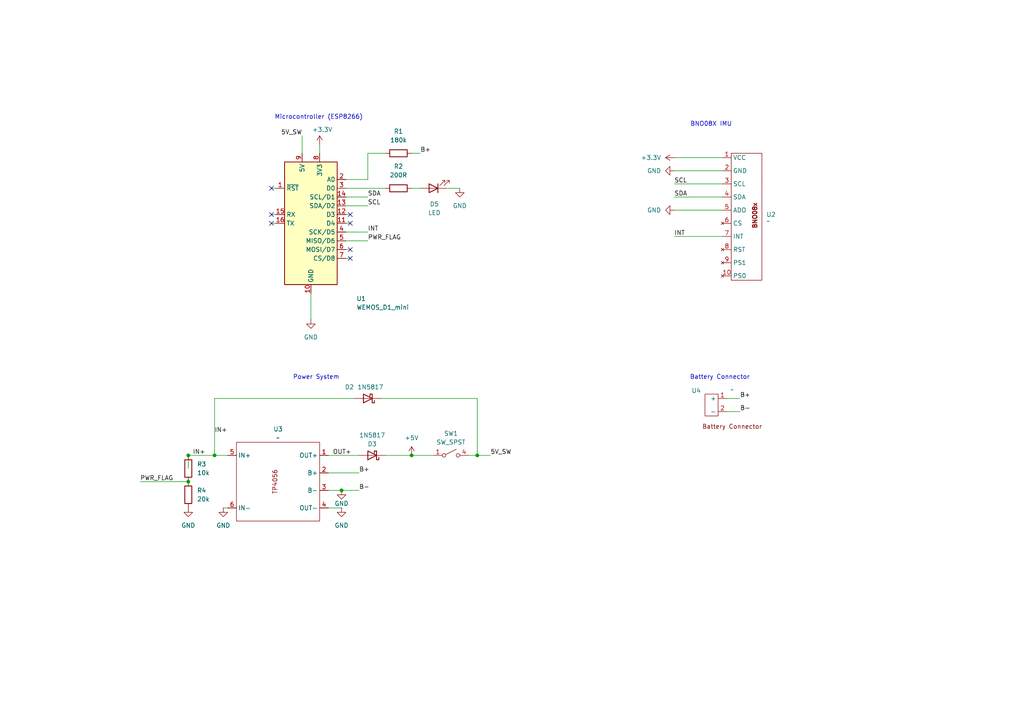
<source format=kicad_sch>
(kicad_sch (version 20250114) (generator "eeschema") (generator_version "9.0")
  (paper "A4")
  (title_block (title "AI-MU Tracker") (company "Noah Yacowar"))
  (lib_symbols
    (symbol "Battery_Connector_1"
      (property "Reference" "U" (at 3.81 0 0))
      (symbol "Battery_Connector_1_0_1"
        (rectangle (start 6.35 8.89) (end 10.16 2.54))
      )
      (symbol "Battery_Connector_1_1_1"
        (text "Battery Connector\n" (at 2.286 11.938 0) (effects (font (size 1.27 1.27))))
        (pin power_in line (at 3.81 7.62 0) (length 2.54) (name "-") (number "2"))
        (pin power_in line (at 3.81 3.81 0) (length 2.54) (name "+") (number "1"))
      )
    )
    (symbol "Custom_Symbol_Library:BNO08x_Board"
      (property "Reference" "U" (at 0 0 0))
      (symbol "BNO08x_Board_0_1"
        (rectangle (start 10.16 -10.16) (end 10.16 -10.16))
      )
      (symbol "BNO08x_Board_1_1"
        (rectangle (start 1.27 -2.54) (end 10.16 -39.37))
        (text "BNO08x" (at 8.128 -20.574 900) (effects (font (size 1.27 1.27) (thickness 0.254) (bold yes))))
        (pin power_in line (at -1.27 -3.81 0) (length 2.54) (name "VCC") (number "1"))
        (pin power_out line (at -1.27 -7.62 0) (length 2.54) (name "GND") (number "2"))
        (pin bidirectional line (at -1.27 -11.43 0) (length 2.54) (name "SCL") (number "3"))
        (pin bidirectional line (at -1.27 -15.24 0) (length 2.54) (name "SDA") (number "4"))
        (pin input line (at -1.27 -19.05 0) (length 2.54) (name "ADO") (number "5"))
        (pin no_connect line (at -1.27 -22.86 0) (length 2.54) (name "CS") (number "6"))
        (pin output line (at -1.27 -26.67 0) (length 2.54) (name "INT") (number "7"))
        (pin no_connect line (at -1.27 -30.48 0) (length 2.54) (name "RST") (number "8"))
        (pin no_connect line (at -1.27 -34.29 0) (length 2.54) (name "PS1") (number "9"))
        (pin no_connect line (at -1.27 -38.1 0) (length 2.54) (name "PS0") (number "10"))
      )
    )
    (symbol "Custom_Symbol_Library:TP4056_Board"
      (property "Reference" "U" (at -10.668 9.652 0))
      (symbol "TP4056_Board_0_1"
        (rectangle (start -11.43 -1.27) (end 11.43 -25.4))
      )
      (symbol "TP4056_Board_1_1"
        (text "TP4056\n" (at 0 -14.224 0) (effects (font (size 1.27 1.27))))
        (pin power_out line (at -7.62 1.27 270) (length 2.54) (name "OUT+") (number "1"))
        (pin power_in line (at -7.62 -27.94 90) (length 2.54) (name "IN+") (number "5"))
        (pin power_out line (at -2.54 1.27 270) (length 2.54) (name "B+") (number "2"))
        (pin power_out line (at 2.54 1.27 270) (length 2.54) (name "B-") (number "3"))
        (pin power_out line (at 7.62 1.27 270) (length 2.54) (name "OUT-") (number "4"))
        (pin power_in line (at 7.62 -27.94 90) (length 2.54) (name "IN-") (number "6"))
      )
    )
    (symbol "Device:LED" (pin_numbers (hide yes)) (pin_names (offset 1.016) (hide yes))
      (property "Reference" "D" (at 0 2.54 0))
      (property "Value" "LED" (at 0 -2.54 0))
      (symbol "LED_0_1"
        (polyline (pts (xy -3.048 -0.762) (xy -4.572 -2.286) (xy -3.81 -2.286) (xy -4.572 -2.286) (xy -4.572 -1.524)))
        (polyline (pts (xy -1.778 -0.762) (xy -3.302 -2.286) (xy -2.54 -2.286) (xy -3.302 -2.286) (xy -3.302 -1.524)))
        (polyline (pts (xy -1.27 0) (xy 1.27 0)))
        (polyline (pts (xy -1.27 -1.27) (xy -1.27 1.27)) (stroke (width 0.254)))
        (polyline (pts (xy 1.27 -1.27) (xy 1.27 1.27) (xy -1.27 0) (xy 1.27 -1.27)) (stroke (width 0.254)))
      )
      (symbol "LED_1_1"
        (pin passive line (at -3.81 0 0) (length 2.54) (name "K") (number "1"))
        (pin passive line (at 3.81 0 180) (length 2.54) (name "A") (number "2"))
      )
    )
    (symbol "Device:R" (pin_numbers (hide yes)) (pin_names (offset 0))
      (property "Reference" "R" (at 2.032 0 90))
      (property "Value" "R" (at 0 0 90))
      (symbol "R_0_1"
        (rectangle (start -1.016 -2.54) (end 1.016 2.54) (stroke (width 0.254)))
      )
      (symbol "R_1_1"
        (pin passive line (at 0 3.81 270) (length 1.27) (name "~") (number "1"))
        (pin passive line (at 0 -3.81 90) (length 1.27) (name "~") (number "2"))
      )
    )
    (symbol "Diode:1N5817" (pin_numbers (hide yes)) (pin_names (offset 1.016) (hide yes))
      (property "Reference" "D" (at 0 2.54 0))
      (property "Value" "1N5817" (at 0 -2.54 0))
      (symbol "1N5817_0_1"
        (polyline (pts (xy -1.905 0.635) (xy -1.905 1.27) (xy -1.27 1.27) (xy -1.27 -1.27) (xy -0.635 -1.27) (xy -0.635 -0.635)) (stroke (width 0.254)))
        (polyline (pts (xy 1.27 1.27) (xy 1.27 -1.27) (xy -1.27 0) (xy 1.27 1.27)) (stroke (width 0.254)))
        (polyline (pts (xy 1.27 0) (xy -1.27 0)))
      )
      (symbol "1N5817_1_1"
        (pin passive line (at -3.81 0 0) (length 2.54) (name "K") (number "1"))
        (pin passive line (at 3.81 0 180) (length 2.54) (name "A") (number "2"))
      )
    )
    (symbol "RF_Module:WEMOS_D1_mini"
      (property "Reference" "U" (at 3.81 19.05 0))
      (property "Value" "WEMOS_D1_mini" (at 1.27 -19.05 0))
      (symbol "WEMOS_D1_mini_1_1"
        (rectangle (start -7.62 17.78) (end 7.62 -17.78) (stroke (width 0.254)) (fill (type background)))
        (pin input line (at -10.16 10.16 0) (length 2.54) (name "~{RST}") (number "1"))
        (pin input line (at -10.16 2.54 0) (length 2.54) (name "RX") (number "15"))
        (pin output line (at -10.16 0 0) (length 2.54) (name "TX") (number "16"))
        (pin power_in line (at -2.54 20.32 270) (length 2.54) (name "5V") (number "9"))
        (pin power_in line (at 0 -20.32 90) (length 2.54) (name "GND") (number "10"))
        (pin power_out line (at 2.54 20.32 270) (length 2.54) (name "3V3") (number "8"))
        (pin input line (at 10.16 12.7 180) (length 2.54) (name "A0") (number "2"))
        (pin bidirectional line (at 10.16 10.16 180) (length 2.54) (name "D0") (number "3"))
        (pin bidirectional line (at 10.16 7.62 180) (length 2.54) (name "SCL/D1") (number "14"))
        (pin bidirectional line (at 10.16 5.08 180) (length 2.54) (name "SDA/D2") (number "13"))
        (pin bidirectional line (at 10.16 2.54 180) (length 2.54) (name "D3") (number "12"))
        (pin bidirectional line (at 10.16 0 180) (length 2.54) (name "D4") (number "11"))
        (pin bidirectional line (at 10.16 -2.54 180) (length 2.54) (name "SCK/D5") (number "4"))
        (pin bidirectional line (at 10.16 -5.08 180) (length 2.54) (name "MISO/D6") (number "5"))
        (pin bidirectional line (at 10.16 -7.62 180) (length 2.54) (name "MOSI/D7") (number "6"))
        (pin bidirectional line (at 10.16 -10.16 180) (length 2.54) (name "CS/D8") (number "7"))
      )
    )
    (symbol "Switch:SW_SPST" (pin_names (offset 0) (hide yes))
      (property "Reference" "SW1" (at 0 6.35 0))
      (property "Value" "SW_SPST" (at 0 3.81 0))
      (symbol "SW_SPST_0_0"
        (circle (center -2.032 0) (radius 0.508))
        (polyline (pts (xy -1.524 0.254) (xy 1.524 1.778)))
        (circle (center 2.032 0) (radius 0.508))
      )
      (symbol "SW_SPST_1_1"
        (pin passive line (at -5.08 0 0) (length 2.54) (name "A") (number "1"))
        (pin passive line (at 5.08 0 180) (length 2.54) (name "B") (number "4"))
      )
    )
    (symbol "power:+3.3V" (power) (pin_numbers (hide yes)) (pin_names (offset 0) (hide yes))
      (property "Value" "+3.3V" (at 0 3.556 0))
      (symbol "+3.3V_0_1"
        (polyline (pts (xy -0.762 1.27) (xy 0 2.54)))
        (polyline (pts (xy 0 2.54) (xy 0.762 1.27)))
        (polyline (pts (xy 0 0) (xy 0 2.54)))
      )
      (symbol "+3.3V_1_1"
        (pin power_in line (at 0 0 90) (length 0) (name "~") (number "1"))
      )
    )
    (symbol "power:+5V" (power) (pin_numbers (hide yes)) (pin_names (offset 0) (hide yes))
      (property "Value" "+5V" (at 0 3.556 0))
      (symbol "+5V_0_1"
        (polyline (pts (xy -0.762 1.27) (xy 0 2.54)))
        (polyline (pts (xy 0 2.54) (xy 0.762 1.27)))
        (polyline (pts (xy 0 0) (xy 0 2.54)))
      )
      (symbol "+5V_1_1"
        (pin power_in line (at 0 0 90) (length 0) (name "~") (number "1"))
      )
    )
    (symbol "power:GND" (power) (pin_numbers (hide yes)) (pin_names (offset 0) (hide yes))
      (property "Value" "GND" (at 0 -3.81 0))
      (symbol "GND_0_1"
        (polyline (pts (xy 0 0) (xy 0 -1.27) (xy 1.27 -1.27) (xy 0 -2.54) (xy -1.27 -1.27) (xy 0 -1.27)))
      )
      (symbol "GND_1_1"
        (pin power_in line (at 0 0 270) (length 0) (name "~") (number "1"))
      )
    )
  )
  (text "BNO08X IMU\n" (at 206.248 36.068 0) (effects (font (size 1.27 1.27))))
  (text "Power System" (at 91.694 109.474 0) (effects (font (size 1.27 1.27))))
  (text "Microcontroller (ESP8266)" (at 92.456 34.036 0) (effects (font (size 1.27 1.27))))
  (text "Battery Connector\n" (at 208.788 109.474 0) (effects (font (size 1.27 1.27))))
  (junction (at 119.38 132.08))
  (junction (at 62.23 132.08))
  (junction (at 54.61 132.08))
  (junction (at 138.43 132.08))
  (junction (at 99.06 142.24))
  (junction (at 54.61 139.7))
  (no_connect (at 101.6 72.39))
  (no_connect (at 101.6 62.23))
  (no_connect (at 78.74 54.61))
  (no_connect (at 101.6 64.77))
  (no_connect (at 78.74 64.77))
  (no_connect (at 101.6 74.93))
  (no_connect (at 78.74 62.23))
  (wire (pts (xy 121.92 44.45) (xy 119.38 44.45)))
  (wire (pts (xy 100.33 57.15) (xy 106.68 57.15)))
  (wire (pts (xy 100.33 54.61) (xy 111.76 54.61)))
  (wire (pts (xy 64.77 147.32) (xy 66.04 147.32)))
  (wire (pts (xy 195.58 68.58) (xy 209.55 68.58)))
  (wire (pts (xy 210.82 119.38) (xy 214.63 119.38)))
  (wire (pts (xy 142.24 132.08) (xy 138.43 132.08)))
  (wire (pts (xy 101.6 72.39) (xy 100.33 72.39)))
  (wire (pts (xy 78.74 54.61) (xy 80.01 54.61)))
  (wire (pts (xy 195.58 53.34) (xy 209.55 53.34)))
  (wire (pts (xy 99.06 142.24) (xy 95.25 142.24)))
  (wire (pts (xy 195.58 45.72) (xy 209.55 45.72)))
  (wire (pts (xy 40.64 139.7) (xy 54.61 139.7)))
  (wire (pts (xy 135.89 132.08) (xy 138.43 132.08)))
  (wire (pts (xy 138.43 132.08) (xy 138.43 115.57)))
  (wire (pts (xy 100.33 62.23) (xy 101.6 62.23)))
  (wire (pts (xy 54.61 132.08) (xy 54.61 135.89)))
  (wire (pts (xy 100.33 64.77) (xy 101.6 64.77)))
  (wire (pts (xy 100.33 74.93) (xy 101.6 74.93)))
  (wire (pts (xy 195.58 60.96) (xy 209.55 60.96)))
  (wire (pts (xy 119.38 54.61) (xy 121.92 54.61)))
  (wire (pts (xy 92.71 41.91) (xy 92.71 44.45)))
  (wire (pts (xy 95.25 132.08) (xy 104.14 132.08)))
  (wire (pts (xy 99.06 147.32) (xy 95.25 147.32)))
  (wire (pts (xy 210.82 115.57) (xy 214.63 115.57)))
  (wire (pts (xy 90.17 85.09) (xy 90.17 92.71)))
  (wire (pts (xy 62.23 115.57) (xy 62.23 132.08)))
  (wire (pts (xy 54.61 132.08) (xy 62.23 132.08)))
  (wire (pts (xy 106.68 52.07) (xy 100.33 52.07)))
  (wire (pts (xy 119.38 132.08) (xy 125.73 132.08)))
  (wire (pts (xy 104.14 142.24) (xy 99.06 142.24)))
  (wire (pts (xy 78.74 62.23) (xy 80.01 62.23)))
  (wire (pts (xy 111.76 44.45) (xy 106.68 44.45)))
  (wire (pts (xy 78.74 64.77) (xy 80.01 64.77)))
  (wire (pts (xy 100.33 69.85) (xy 106.68 69.85)))
  (wire (pts (xy 110.49 115.57) (xy 138.43 115.57)))
  (wire (pts (xy 62.23 115.57) (xy 102.87 115.57)))
  (wire (pts (xy 100.33 67.31) (xy 106.68 67.31)))
  (wire (pts (xy 106.68 44.45) (xy 106.68 52.07)))
  (wire (pts (xy 104.14 137.16) (xy 95.25 137.16)))
  (wire (pts (xy 195.58 57.15) (xy 209.55 57.15)))
  (wire (pts (xy 195.58 49.53) (xy 209.55 49.53)))
  (wire (pts (xy 62.23 132.08) (xy 66.04 132.08)))
  (wire (pts (xy 129.54 54.61) (xy 133.35 54.61)))
  (wire (pts (xy 100.33 59.69) (xy 106.68 59.69)))
  (wire (pts (xy 111.76 132.08) (xy 119.38 132.08)))
  (wire (pts (xy 87.63 39.37) (xy 87.63 44.45)))
  (label "INT" (at 106.68 67.31 0))
  (label "B+" (at 214.63 115.57 0))
  (label "PWR_FLAG" (at 106.68 69.85 0))
  (label "B+" (at 121.92 44.45 0))
  (label "INT" (at 195.58 68.58 0))
  (label "B-" (at 214.63 119.38 0))
  (label "5V_SW" (at 87.63 39.37 180))
  (label "SCL" (at 106.68 59.69 0))
  (label "SCL" (at 195.58 53.34 0))
  (label "B-" (at 104.14 142.24 0))
  (label "5V_SW" (at 142.24 132.08 0))
  (label "PWR_FLAG" (at 40.64 139.7 0))
  (label "SDA" (at 195.58 57.15 0))
  (label "OUT+" (at 96.52 132.08 0))
  (label "SDA" (at 106.68 57.15 0))
  (label "B+" (at 104.14 137.16 0))
  (label "IN+" (at 55.88 132.08 0))
  (label "IN+" (at 62.23 125.73 0))
  (symbol (lib_name "Battery_Connector_1") (lib_id "Custom_Symbol_Library:Battery_Connector") (at 214.63 111.76 180) (unit 1)
    (property "Reference" "U4" (at 201.93 113.284 0))
    (property "Value" "~" (at 212.3439 113.03 0))
    (property "Footprint" "Custom_Footprint_Library:Battery_Connector" (effects (hide yes)))
  )
  (symbol (lib_id "Device:R") (at 115.57 54.61 90) (unit 1)
    (property "Reference" "R2" (at 115.57 48.26 90))
    (property "Value" "200R" (at 115.57 50.8 90))
    (property "Footprint" "Resistor_THT:R_Axial_DIN0207_L6.3mm_D2.5mm_P7.62mm_Horizontal" (effects (hide yes)))
    (property "Description" "Resistor" (effects (hide yes)))
  )
  (symbol (lib_id "power:GND") (at 54.61 147.32 0) (unit 1)
    (property "Reference" "#PWR09" (effects (hide yes)))
    (property "Value" "GND" (at 54.61 152.4 0))
    (property "Description" "Power symbol creates a global label with name \"GND\" , ground" (effects (hide yes)))
  )
  (symbol (lib_id "power:GND") (at 99.06 147.32 0) (unit 1)
    (property "Reference" "#PWR03" (effects (hide yes)))
    (property "Value" "GND" (at 99.06 152.4 0))
    (property "Description" "Power symbol creates a global label with name \"GND\" , ground" (effects (hide yes)))
  )
  (symbol (lib_id "power:GND") (at 133.35 54.61 0) (unit 1)
    (property "Reference" "#PWR06" (effects (hide yes)))
    (property "Value" "GND" (at 133.35 59.69 0))
    (property "Description" "Power symbol creates a global label with name \"GND\" , ground" (effects (hide yes)))
  )
  (symbol (lib_id "power:GND") (at 64.77 147.32 0) (unit 1)
    (property "Reference" "#PWR04" (effects (hide yes)))
    (property "Value" "GND" (at 64.77 152.4 0))
    (property "Description" "Power symbol creates a global label with name \"GND\" , ground" (effects (hide yes)))
  )
  (symbol (lib_id "power:GND") (at 90.17 92.71 0) (unit 1)
    (property "Reference" "#PWR07" (effects (hide yes)))
    (property "Value" "GND" (at 90.17 97.79 0))
    (property "Description" "Power symbol creates a global label with name \"GND\" , ground" (effects (hide yes)))
  )
  (symbol (lib_id "Device:R") (at 115.57 44.45 90) (unit 1)
    (property "Reference" "R1" (at 115.57 38.1 90))
    (property "Value" "180k" (at 115.57 40.64 90))
    (property "Footprint" "Resistor_THT:R_Axial_DIN0207_L6.3mm_D2.5mm_P7.62mm_Horizontal" (effects (hide yes)))
    (property "Description" "Resistor" (effects (hide yes)))
  )
  (symbol (lib_id "Custom_Symbol_Library:BNO08x_Board") (at 210.82 41.91 0) (unit 1)
    (property "Reference" "U2" (at 222.25 62.2299 0) (effects (justify left)))
    (property "Value" "~" (at 222.25 64.135 0) (effects (justify left)))
    (property "Footprint" "Custom_Footprint_Library:BNO08x_Board" (effects (hide yes)))
  )
  (symbol (lib_id "Diode:1N5817") (at 107.95 132.08 180) (unit 1)
    (property "Reference" "D3" (at 107.95 128.778 0))
    (property "Value" "1N5817" (at 107.95 126.238 0))
    (property "Footprint" "Diode_THT:D_DO-41_SOD81_P10.16mm_Horizontal" (effects (hide yes)))
    (property "Datasheet" "http://www.vishay.com/docs/88525/1n5817.pdf" (effects (hide yes)))
    (property "Description" "20V 1A Schottky Barrier Rectifier Diode, DO-41" (effects (hide yes)))
  )
  (symbol (lib_id "Device:R") (at 54.61 135.89 180) (unit 1)
    (property "Reference" "R3" (at 57.15 134.6199 0) (effects (justify right)))
    (property "Value" "10k" (at 57.15 137.1599 0) (effects (justify right)))
    (property "Footprint" "Resistor_THT:R_Axial_DIN0207_L6.3mm_D2.5mm_P7.62mm_Horizontal" (effects (hide yes)))
    (property "Description" "Resistor" (effects (hide yes)))
  )
  (symbol (lib_id "Device:R") (at 54.61 143.51 180) (unit 1)
    (property "Reference" "R4" (at 57.15 142.2399 0) (effects (justify right)))
    (property "Value" "20k" (at 57.15 144.7799 0) (effects (justify right)))
    (property "Footprint" "Resistor_THT:R_Axial_DIN0207_L6.3mm_D2.5mm_P7.62mm_Horizontal" (effects (hide yes)))
    (property "Description" "Resistor" (effects (hide yes)))
  )
  (symbol (lib_id "power:GND") (at 195.58 60.96 270) (unit 1)
    (property "Reference" "#PWR011" (effects (hide yes)))
    (property "Value" "GND" (at 191.77 60.9599 90) (effects (justify right)))
    (property "Description" "Power symbol creates a global label with name \"GND\" , ground" (effects (hide yes)))
  )
  (symbol (lib_id "RF_Module:WEMOS_D1_mini") (at 90.17 64.77 0) (unit 1)
    (property "Reference" "U1" (at 103.378 86.614 0) (effects (justify left)))
    (property "Value" "WEMOS_D1_mini" (at 103.378 89.154 0) (effects (justify left)))
    (property "Footprint" "RF_Module:WEMOS_D1_mini_light" (effects (hide yes)))
    (property "Datasheet" "https://wiki.wemos.cc/products:d1:d1_mini#documentation" (effects (hide yes)))
    (property "Description" "32-bit microcontroller module with WiFi" (effects (hide yes)))
  )
  (symbol (lib_id "Switch:SW_SPST") (at 130.81 132.08 0) (unit 1)
    (property "Reference" "SW1" (at 130.81 125.73 0))
    (property "Value" "SW_SPST" (at 130.81 128.27 0))
    (property "Footprint" "Custom_Footprint_Library:SK12DO7_Switch" (effects (hide yes)))
    (property "Description" "Single Pole Single Throw (SPST) switch" (effects (hide yes)))
  )
  (symbol (lib_id "power:+3.3V") (at 195.58 45.72 90) (unit 1)
    (property "Reference" "#PWR02" (effects (hide yes)))
    (property "Value" "+3.3V" (at 191.77 45.7199 90) (effects (justify left)))
    (property "Description" "Power symbol creates a global label with name \"+3.3V\"" (effects (hide yes)))
  )
  (symbol (lib_id "power:GND") (at 195.58 49.53 270) (unit 1)
    (property "Reference" "#PWR08" (effects (hide yes)))
    (property "Value" "GND" (at 191.77 49.5299 90) (effects (justify right)))
    (property "Description" "Power symbol creates a global label with name \"GND\" , ground" (effects (hide yes)))
  )
  (symbol (lib_id "power:+5V") (at 119.38 132.08 0) (unit 1)
    (property "Reference" "#PWR05" (effects (hide yes)))
    (property "Value" "+5V" (at 119.38 127 0))
    (property "Description" "Power symbol creates a global label with name \"+5V\"" (effects (hide yes)))
  )
  (symbol (lib_id "Device:LED") (at 125.73 54.61 180) (unit 1)
    (property "Reference" "D5" (at 125.984 59.182 0))
    (property "Value" "LED" (at 125.984 61.722 0))
    (property "Footprint" "LED_THT:LED_D5.0mm_Clear" (effects (hide yes)))
    (property "Description" "Light emitting diode" (effects (hide yes)))
    (property "Sim.Pins" "1=K 2=A" (effects (hide yes)))
  )
  (symbol (lib_id "power:GND") (at 99.06 142.24 0) (unit 1)
    (property "Reference" "#PWR01" (effects (hide yes)))
    (property "Value" "GND" (at 99.06 146.05 0))
    (property "Description" "Power symbol creates a global label with name \"GND\" , ground" (effects (hide yes)))
  )
  (symbol (lib_id "power:+3.3V") (at 92.71 41.91 0) (unit 1)
    (property "Reference" "#PWR010" (effects (hide yes)))
    (property "Value" "+3.3V" (at 93.472 37.592 0))
    (property "Description" "Power symbol creates a global label with name \"+3.3V\"" (effects (hide yes)))
  )
  (symbol (lib_id "Diode:1N5817") (at 106.68 115.57 180) (unit 1)
    (property "Reference" "D2" (at 101.346 112.268 0))
    (property "Value" "1N5817" (at 107.442 112.268 0))
    (property "Footprint" "Diode_THT:D_DO-41_SOD81_P10.16mm_Horizontal" (effects (hide yes)))
    (property "Datasheet" "http://www.vishay.com/docs/88525/1n5817.pdf" (effects (hide yes)))
    (property "Description" "20V 1A Schottky Barrier Rectifier Diode, DO-41" (effects (hide yes)))
  )
  (symbol (lib_id "Custom_Symbol_Library:TP4056_Board") (at 93.98 139.7 270) (unit 1)
    (property "Reference" "U3" (at 80.645 124.46 90))
    (property "Value" "~" (at 80.645 127 90))
    (property "Footprint" "Custom_Footprint_Library:TP4056_Board" (effects (hide yes)))
  )
)
</source>
